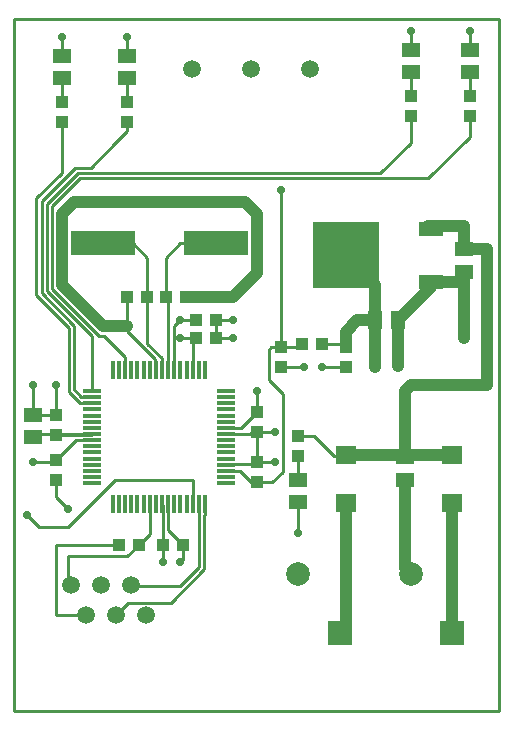
<source format=gtl>
%FSLAX44Y44*%
%MOMM*%
G71*
G01*
G75*
G04 Layer_Physical_Order=1*
G04 Layer_Color=255*
%ADD10R,0.3000X1.5000*%
%ADD11R,1.5000X0.3000*%
%ADD12R,5.5000X2.0000*%
%ADD13R,1.6800X1.5200*%
%ADD14R,1.1000X1.0000*%
%ADD15R,1.0000X1.1000*%
%ADD16R,1.5000X1.3000*%
%ADD17R,1.3000X1.5000*%
%ADD18R,2.0000X1.2000*%
%ADD19R,5.6000X5.6000*%
%ADD20C,0.2540*%
%ADD21C,1.0000*%
%ADD22C,1.5000*%
%ADD23R,2.0000X2.0000*%
%ADD24C,2.0000*%
%ADD25C,0.7000*%
D10*
X84000Y175000D02*
D03*
X162000D02*
D03*
X146400D02*
D03*
X136000D02*
D03*
X94400D02*
D03*
X110000D02*
D03*
X156800D02*
D03*
X151600D02*
D03*
X125600D02*
D03*
X99600D02*
D03*
X115200D02*
D03*
X130800D02*
D03*
X104800D02*
D03*
X141200D02*
D03*
X89200D02*
D03*
X120400D02*
D03*
Y289000D02*
D03*
X89200D02*
D03*
X141200D02*
D03*
X104800D02*
D03*
X130800D02*
D03*
X115200D02*
D03*
X99600D02*
D03*
X125600D02*
D03*
X151600D02*
D03*
X156800D02*
D03*
X110000D02*
D03*
X94400D02*
D03*
X136000D02*
D03*
X146400D02*
D03*
X162000D02*
D03*
X84000D02*
D03*
D11*
X180000Y260600D02*
D03*
Y193000D02*
D03*
Y271000D02*
D03*
Y250200D02*
D03*
Y255400D02*
D03*
Y245000D02*
D03*
Y213800D02*
D03*
Y224200D02*
D03*
Y219000D02*
D03*
Y234600D02*
D03*
Y239800D02*
D03*
Y229400D02*
D03*
Y208600D02*
D03*
Y265800D02*
D03*
Y203400D02*
D03*
Y198200D02*
D03*
X66000D02*
D03*
Y208600D02*
D03*
Y203400D02*
D03*
Y213800D02*
D03*
Y234600D02*
D03*
Y245000D02*
D03*
Y239800D02*
D03*
Y224200D02*
D03*
Y229400D02*
D03*
Y219000D02*
D03*
Y250200D02*
D03*
Y260600D02*
D03*
Y255400D02*
D03*
Y271000D02*
D03*
Y193000D02*
D03*
Y265800D02*
D03*
D12*
X76000Y396000D02*
D03*
X171000D02*
D03*
D13*
X371000Y216600D02*
D03*
Y176000D02*
D03*
X281000Y216600D02*
D03*
Y176000D02*
D03*
D14*
X244000Y311000D02*
D03*
X261000D02*
D03*
X89000Y141000D02*
D03*
X106000D02*
D03*
X126000D02*
D03*
X143000D02*
D03*
X171000Y331000D02*
D03*
X154000D02*
D03*
X171000Y316000D02*
D03*
X154000D02*
D03*
X146000Y351000D02*
D03*
X129000D02*
D03*
X96000D02*
D03*
X113000D02*
D03*
D15*
X386000Y504000D02*
D03*
Y521000D02*
D03*
X336000Y504000D02*
D03*
Y521000D02*
D03*
X96000Y499000D02*
D03*
Y516000D02*
D03*
X41000Y499000D02*
D03*
Y516000D02*
D03*
X241000Y233000D02*
D03*
Y216000D02*
D03*
X206000Y236000D02*
D03*
Y253000D02*
D03*
X36000Y196000D02*
D03*
Y213000D02*
D03*
X206000Y211000D02*
D03*
Y194000D02*
D03*
X36000Y251000D02*
D03*
Y234000D02*
D03*
X281000Y291000D02*
D03*
Y308000D02*
D03*
X226000Y291000D02*
D03*
Y308000D02*
D03*
D16*
X16000Y251000D02*
D03*
Y232000D02*
D03*
X331000Y196000D02*
D03*
Y215000D02*
D03*
X381000Y391000D02*
D03*
Y372000D02*
D03*
X386000Y541000D02*
D03*
Y560000D02*
D03*
X336000Y541000D02*
D03*
Y560000D02*
D03*
X96000Y536000D02*
D03*
Y555000D02*
D03*
X41000Y536000D02*
D03*
Y555000D02*
D03*
X241000Y196000D02*
D03*
Y177000D02*
D03*
D17*
X306000Y331000D02*
D03*
X325000D02*
D03*
D18*
X353000Y363500D02*
D03*
Y408500D02*
D03*
D19*
X281000Y386000D02*
D03*
D20*
X115200Y150200D02*
Y175000D01*
X336000Y521000D02*
Y546000D01*
X386000Y521000D02*
Y546000D01*
X41000Y516000D02*
Y541000D01*
X96000Y516000D02*
Y541000D01*
Y326000D02*
Y351000D01*
X113000D02*
Y384000D01*
X101000Y396000D02*
X113000Y384000D01*
X76000Y396000D02*
X101000D01*
X129000Y351000D02*
Y384000D01*
X141000Y396000D01*
X171000D01*
X125170Y289430D02*
Y299075D01*
Y289430D02*
X125600Y289000D01*
X129000Y351000D02*
X130370Y349630D01*
Y289430D02*
Y349630D01*
Y289430D02*
X130800Y289000D01*
X113000Y311245D02*
X125170Y299075D01*
X113000Y311245D02*
Y351000D01*
X119970Y289430D02*
X120400Y289000D01*
X119970Y289430D02*
Y297854D01*
X96000Y321824D02*
X119970Y297854D01*
X96000Y321824D02*
Y326000D01*
X171000Y316000D02*
Y331000D01*
X154000Y316000D02*
X156600Y313400D01*
X94400Y289000D02*
Y299796D01*
X76466Y317730D02*
X94400Y299796D01*
X72575Y317730D02*
X76466D01*
X32730Y357575D02*
X72575Y317730D01*
X32730Y357575D02*
Y427730D01*
X56000Y451000D01*
X351000D01*
X386000Y486000D01*
X66000Y271000D02*
Y317884D01*
X28190Y355694D02*
X66000Y317884D01*
X28190Y355694D02*
Y429611D01*
X54120Y455540D01*
X310540D01*
X336000Y481000D01*
X65570Y266230D02*
X66000Y265800D01*
X57146Y266230D02*
X65570D01*
X51000Y272375D02*
X57146Y266230D01*
X51000Y272375D02*
Y326464D01*
X23650Y353814D02*
X51000Y326464D01*
X23650Y353814D02*
Y431491D01*
X52239Y460080D01*
X65080D01*
X65570Y261030D02*
X66000Y260600D01*
X55925Y261030D02*
X65570D01*
X46460Y270495D02*
X55925Y261030D01*
X46460Y270495D02*
Y324583D01*
X19110Y351933D02*
X46460Y324583D01*
X19110Y351933D02*
Y434110D01*
X41000Y456000D01*
X171000Y331000D02*
X186000D01*
X171000Y316000D02*
X186000D01*
X36000Y234000D02*
Y234170D01*
X65570D02*
X66000Y234600D01*
X16000Y232000D02*
X18600Y234600D01*
X36000Y234170D02*
X65570D01*
X18600Y234600D02*
X66000D01*
X52400Y229400D02*
X66000D01*
X36000Y213000D02*
X52400Y229400D01*
X34000Y211000D02*
X36000Y213000D01*
X16000Y211000D02*
X34000D01*
X36000Y181000D02*
Y196000D01*
Y181000D02*
X46000Y171000D01*
X16000Y251000D02*
X36000D01*
Y276000D01*
X16000Y251000D02*
Y276000D01*
X336000Y565000D02*
Y576000D01*
X386000Y565000D02*
Y576000D01*
X96000Y560000D02*
Y571000D01*
X106000Y141000D02*
X115200Y150200D01*
X96000Y131000D02*
X106000Y141000D01*
X46000Y131000D02*
X96000D01*
X46000Y108700D02*
Y131000D01*
Y108700D02*
X48300Y106400D01*
X36000Y141000D02*
X89000D01*
X36000Y81000D02*
Y141000D01*
Y81000D02*
X61000D01*
X126000Y141000D02*
Y174600D01*
X125600Y175000D02*
X126000Y174600D01*
Y126000D02*
Y141000D01*
Y126000D02*
X126000Y126000D01*
X143000Y128000D02*
Y141000D01*
X130800Y153200D02*
X143000Y141000D01*
X130800Y153200D02*
Y175000D01*
X156800Y121800D02*
Y175000D01*
X141000Y106000D02*
X156800Y121800D01*
X99500Y106000D02*
X141000D01*
X99100Y106400D02*
X99500Y106000D01*
X161570Y174570D02*
X162000Y175000D01*
X161570Y165916D02*
Y174570D01*
X161340Y165686D02*
X161570Y165916D01*
X161340Y119919D02*
Y165686D01*
X133191Y91770D02*
X161340Y119919D01*
X97170Y91770D02*
X133191D01*
X86400Y81000D02*
X97170Y91770D01*
X241000Y233000D02*
X254000D01*
X271000Y216000D01*
X280400D01*
X281000Y216600D01*
X241000Y196000D02*
Y216000D01*
Y151000D02*
Y177000D01*
X241000Y151000D02*
X241000Y151000D01*
X276000Y66000D02*
X281000Y71000D01*
X331000Y121000D02*
X336000Y116000D01*
X353000Y359000D02*
Y363500D01*
X180000Y234600D02*
X180430Y235030D01*
X180000Y239800D02*
X180430Y240230D01*
X180000Y208600D02*
X180430Y209030D01*
X180000Y203400D02*
X191600D01*
X201000Y194000D01*
X180430Y209030D02*
X204030D01*
X206000Y211000D01*
Y210946D02*
Y211000D01*
Y235030D01*
X192800Y239800D02*
X206000Y253000D01*
X180000Y239800D02*
X192800D01*
X226000Y291000D02*
X246000D01*
X261000D02*
X281000D01*
X218000Y308000D02*
X226000D01*
X241000D01*
X244000Y311000D01*
X261000D02*
X278000D01*
X281000Y308000D01*
X216000Y306000D02*
X218000Y308000D01*
X216000Y280500D02*
Y306000D01*
X206000Y194000D02*
X219000D01*
X201000Y236000D02*
X205819Y235065D01*
X206000Y235030D01*
X180430D02*
X206000D01*
X141000Y316000D02*
X151600D01*
X154000D01*
X281000Y386000D02*
X306000Y361000D01*
X226000Y308000D02*
Y441000D01*
X151600Y175000D02*
Y195400D01*
X151000Y196000D02*
X151600Y195400D01*
X86000Y196000D02*
X151000D01*
X46000Y156000D02*
X86000Y196000D01*
X21000Y156000D02*
X46000D01*
X11000Y166000D02*
X21000Y156000D01*
X206000Y253000D02*
Y271000D01*
X136000Y289000D02*
Y326000D01*
X141000Y331000D01*
X149000D01*
X151600Y289000D02*
Y316000D01*
X206000Y211000D02*
X221000D01*
X227770Y202770D02*
Y268730D01*
X219000Y194000D02*
X227770Y202770D01*
X216000Y280500D02*
X227770Y268730D01*
X206000Y236000D02*
X221000D01*
X41000Y555000D02*
Y571000D01*
X65080Y460080D02*
X86000Y481000D01*
Y481000D01*
X83500Y478500D02*
X86000Y481000D01*
X336000D02*
Y504000D01*
X386000Y504000D02*
X386000Y504000D01*
X386000Y486000D02*
Y504000D01*
X86000Y481000D02*
X96000Y491000D01*
Y499000D01*
X41000Y456000D02*
Y499000D01*
X0Y0D02*
Y586000D01*
Y0D02*
X411000D01*
Y586000D01*
X0D02*
X411000D01*
D21*
X146000Y351000D02*
X186000D01*
X206000Y371000D01*
Y421000D01*
X196000Y431000D02*
X206000Y421000D01*
X51000Y431000D02*
X196000D01*
X41000Y421000D02*
X51000Y431000D01*
X41000Y361000D02*
Y421000D01*
Y361000D02*
X76000Y326000D01*
X96000D01*
X281000Y71000D02*
Y176000D01*
X371000Y66000D02*
Y176000D01*
X331000Y121000D02*
Y196000D01*
Y271000D02*
X336000Y276000D01*
X401000D01*
Y391000D01*
X381000D02*
X401000D01*
X381000D02*
Y411000D01*
X351000D02*
X381000D01*
X331000Y215000D02*
Y216600D01*
Y271000D01*
X281000Y216600D02*
X331000D01*
X371000D01*
X325000Y331000D02*
X353000Y359000D01*
Y363500D02*
X381000D01*
X281000Y308000D02*
Y321000D01*
X291000Y331000D01*
X306000D01*
X381000Y316000D02*
Y372000D01*
X306000Y291000D02*
Y331000D01*
Y361000D01*
X325000Y292000D02*
Y331000D01*
D22*
X251000Y543500D02*
D03*
X201000D02*
D03*
X151000D02*
D03*
X48300Y106400D02*
D03*
X99100D02*
D03*
X73700D02*
D03*
X86400Y81000D02*
D03*
X111800D02*
D03*
X61000D02*
D03*
D23*
X371000Y66000D02*
D03*
X276000D02*
D03*
D24*
X336000Y116000D02*
D03*
X241000D02*
D03*
D25*
X226000Y441000D02*
D03*
X141000Y316000D02*
D03*
X16000Y211000D02*
D03*
X11000Y166000D02*
D03*
X141000Y126000D02*
D03*
X206000Y271000D02*
D03*
X141000Y331000D02*
D03*
X306000Y291000D02*
D03*
X325000Y292000D02*
D03*
X381000Y316000D02*
D03*
X386000Y576000D02*
D03*
X41000Y571000D02*
D03*
X96000D02*
D03*
X336000Y576000D02*
D03*
X246000Y291000D02*
D03*
X261000D02*
D03*
X186000Y331000D02*
D03*
Y316000D02*
D03*
X36000Y276000D02*
D03*
X16000D02*
D03*
X46000Y171000D02*
D03*
X221000Y236000D02*
D03*
Y211000D02*
D03*
X241000Y151000D02*
D03*
X126000Y126000D02*
D03*
X186000Y351000D02*
D03*
X206000Y371000D02*
D03*
X196000Y431000D02*
D03*
X56000D02*
D03*
X41000Y366000D02*
D03*
X71000Y331000D02*
D03*
X123500Y431000D02*
D03*
X381000Y331000D02*
D03*
Y346000D02*
D03*
X325000Y306000D02*
D03*
Y316000D02*
D03*
X331000Y151000D02*
D03*
Y171000D02*
D03*
M02*

</source>
